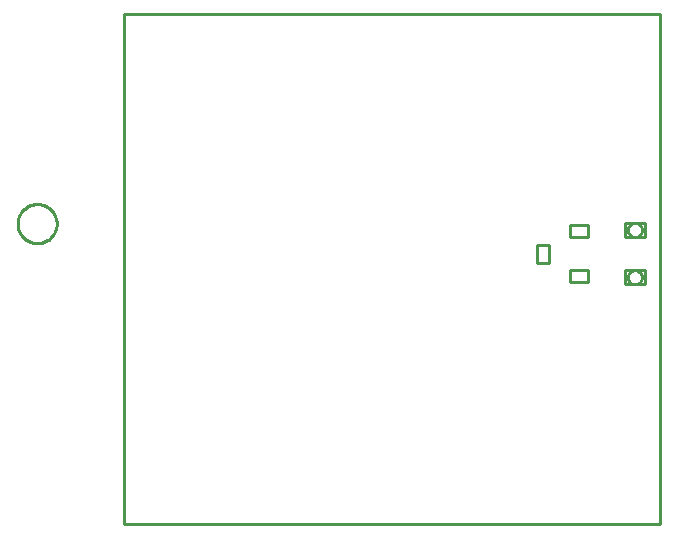
<source format=gbr>
G04 EAGLE Gerber RS-274X export*
G75*
%MOMM*%
%FSLAX34Y34*%
%LPD*%
%IN*%
%IPPOS*%
%AMOC8*
5,1,8,0,0,1.08239X$1,22.5*%
G01*
%ADD10C,0.254000*%


D10*
X0Y0D02*
X453900Y0D01*
X453900Y431700D01*
X0Y431700D01*
X0Y0D01*
X349900Y221100D02*
X359900Y221100D01*
X359900Y236100D01*
X349900Y236100D01*
X349900Y221100D01*
X377400Y242600D02*
X392400Y242600D01*
X392400Y252600D01*
X377400Y252600D01*
X377400Y242600D01*
X377400Y204600D02*
X392400Y204600D01*
X392400Y214600D01*
X377400Y214600D01*
X377400Y204600D01*
X423900Y202600D02*
X440900Y202600D01*
X440900Y214600D01*
X423900Y214600D01*
X423900Y202600D01*
X423900Y242600D02*
X440900Y242600D01*
X440900Y254600D01*
X423900Y254600D01*
X423900Y242600D01*
X-73120Y270510D02*
X-72041Y270439D01*
X-70969Y270298D01*
X-69909Y270087D01*
X-68865Y269808D01*
X-67841Y269460D01*
X-66843Y269046D01*
X-65873Y268568D01*
X-64937Y268028D01*
X-64038Y267427D01*
X-63181Y266769D01*
X-62368Y266057D01*
X-61604Y265292D01*
X-60891Y264479D01*
X-60233Y263622D01*
X-59632Y262723D01*
X-59092Y261787D01*
X-58614Y260817D01*
X-58200Y259819D01*
X-57852Y258795D01*
X-57573Y257751D01*
X-57362Y256691D01*
X-57221Y255619D01*
X-57150Y254540D01*
X-57150Y253460D01*
X-57221Y252381D01*
X-57362Y251309D01*
X-57573Y250249D01*
X-57852Y249205D01*
X-58200Y248181D01*
X-58614Y247183D01*
X-59092Y246213D01*
X-59632Y245277D01*
X-60233Y244378D01*
X-60891Y243521D01*
X-61604Y242708D01*
X-62368Y241944D01*
X-63181Y241231D01*
X-64038Y240573D01*
X-64937Y239972D01*
X-65873Y239432D01*
X-66843Y238954D01*
X-67841Y238540D01*
X-68865Y238192D01*
X-69909Y237913D01*
X-70969Y237702D01*
X-72041Y237561D01*
X-73120Y237490D01*
X-74200Y237490D01*
X-75279Y237561D01*
X-76351Y237702D01*
X-77411Y237913D01*
X-78455Y238192D01*
X-79479Y238540D01*
X-80477Y238954D01*
X-81447Y239432D01*
X-82383Y239972D01*
X-83282Y240573D01*
X-84139Y241231D01*
X-84952Y241944D01*
X-85717Y242708D01*
X-86429Y243521D01*
X-87087Y244378D01*
X-87688Y245277D01*
X-88228Y246213D01*
X-88706Y247183D01*
X-89120Y248181D01*
X-89468Y249205D01*
X-89747Y250249D01*
X-89958Y251309D01*
X-90099Y252381D01*
X-90170Y253460D01*
X-90170Y254540D01*
X-90099Y255619D01*
X-89958Y256691D01*
X-89747Y257751D01*
X-89468Y258795D01*
X-89120Y259819D01*
X-88706Y260817D01*
X-88228Y261787D01*
X-87688Y262723D01*
X-87087Y263622D01*
X-86429Y264479D01*
X-85717Y265292D01*
X-84952Y266057D01*
X-84139Y266769D01*
X-83282Y267427D01*
X-82383Y268028D01*
X-81447Y268568D01*
X-80477Y269046D01*
X-79479Y269460D01*
X-78455Y269808D01*
X-77411Y270087D01*
X-76351Y270298D01*
X-75279Y270439D01*
X-74200Y270510D01*
X-73120Y270510D01*
X432063Y242600D02*
X431393Y242675D01*
X430736Y242825D01*
X430100Y243048D01*
X429493Y243340D01*
X428923Y243699D01*
X428396Y244119D01*
X427919Y244596D01*
X427499Y245123D01*
X427140Y245693D01*
X426848Y246300D01*
X426625Y246936D01*
X426475Y247593D01*
X426400Y248263D01*
X426400Y248937D01*
X426475Y249607D01*
X426625Y250264D01*
X426848Y250900D01*
X427140Y251507D01*
X427499Y252078D01*
X427919Y252604D01*
X428396Y253081D01*
X428923Y253501D01*
X429493Y253860D01*
X430100Y254152D01*
X430736Y254375D01*
X431393Y254525D01*
X432063Y254600D01*
X432737Y254600D01*
X433407Y254525D01*
X434064Y254375D01*
X434700Y254152D01*
X435307Y253860D01*
X435878Y253501D01*
X436404Y253081D01*
X436881Y252604D01*
X437301Y252078D01*
X437660Y251507D01*
X437952Y250900D01*
X438175Y250264D01*
X438325Y249607D01*
X438400Y248937D01*
X438400Y248263D01*
X438325Y247593D01*
X438175Y246936D01*
X437952Y246300D01*
X437660Y245693D01*
X437301Y245123D01*
X436881Y244596D01*
X436404Y244119D01*
X435878Y243699D01*
X435307Y243340D01*
X434700Y243048D01*
X434064Y242825D01*
X433407Y242675D01*
X432737Y242600D01*
X432063Y242600D01*
X432063Y202600D02*
X431393Y202675D01*
X430736Y202825D01*
X430100Y203048D01*
X429493Y203340D01*
X428923Y203699D01*
X428396Y204119D01*
X427919Y204596D01*
X427499Y205123D01*
X427140Y205693D01*
X426848Y206300D01*
X426625Y206936D01*
X426475Y207593D01*
X426400Y208263D01*
X426400Y208937D01*
X426475Y209607D01*
X426625Y210264D01*
X426848Y210900D01*
X427140Y211507D01*
X427499Y212078D01*
X427919Y212604D01*
X428396Y213081D01*
X428923Y213501D01*
X429493Y213860D01*
X430100Y214152D01*
X430736Y214375D01*
X431393Y214525D01*
X432063Y214600D01*
X432737Y214600D01*
X433407Y214525D01*
X434064Y214375D01*
X434700Y214152D01*
X435307Y213860D01*
X435878Y213501D01*
X436404Y213081D01*
X436881Y212604D01*
X437301Y212078D01*
X437660Y211507D01*
X437952Y210900D01*
X438175Y210264D01*
X438325Y209607D01*
X438400Y208937D01*
X438400Y208263D01*
X438325Y207593D01*
X438175Y206936D01*
X437952Y206300D01*
X437660Y205693D01*
X437301Y205123D01*
X436881Y204596D01*
X436404Y204119D01*
X435878Y203699D01*
X435307Y203340D01*
X434700Y203048D01*
X434064Y202825D01*
X433407Y202675D01*
X432737Y202600D01*
X432063Y202600D01*
M02*

</source>
